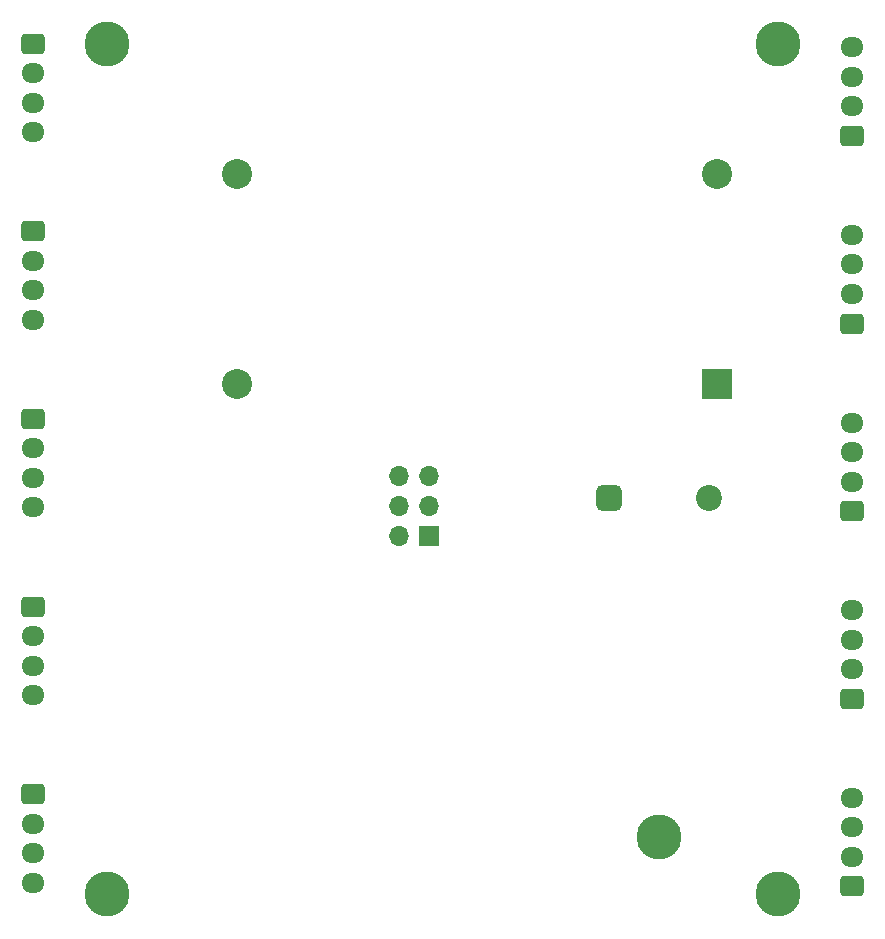
<source format=gbs>
%TF.GenerationSoftware,KiCad,Pcbnew,(6.0.6)*%
%TF.CreationDate,2022-12-02T03:24:18-05:00*%
%TF.ProjectId,esp32-wled,65737033-322d-4776-9c65-642e6b696361,rev?*%
%TF.SameCoordinates,Original*%
%TF.FileFunction,Soldermask,Bot*%
%TF.FilePolarity,Negative*%
%FSLAX46Y46*%
G04 Gerber Fmt 4.6, Leading zero omitted, Abs format (unit mm)*
G04 Created by KiCad (PCBNEW (6.0.6)) date 2022-12-02 03:24:18*
%MOMM*%
%LPD*%
G01*
G04 APERTURE LIST*
G04 Aperture macros list*
%AMRoundRect*
0 Rectangle with rounded corners*
0 $1 Rounding radius*
0 $2 $3 $4 $5 $6 $7 $8 $9 X,Y pos of 4 corners*
0 Add a 4 corners polygon primitive as box body*
4,1,4,$2,$3,$4,$5,$6,$7,$8,$9,$2,$3,0*
0 Add four circle primitives for the rounded corners*
1,1,$1+$1,$2,$3*
1,1,$1+$1,$4,$5*
1,1,$1+$1,$6,$7*
1,1,$1+$1,$8,$9*
0 Add four rect primitives between the rounded corners*
20,1,$1+$1,$2,$3,$4,$5,0*
20,1,$1+$1,$4,$5,$6,$7,0*
20,1,$1+$1,$6,$7,$8,$9,0*
20,1,$1+$1,$8,$9,$2,$3,0*%
G04 Aperture macros list end*
%ADD10RoundRect,0.550000X-0.550000X-0.550000X0.550000X-0.550000X0.550000X0.550000X-0.550000X0.550000X0*%
%ADD11RoundRect,0.250000X0.725000X-0.600000X0.725000X0.600000X-0.725000X0.600000X-0.725000X-0.600000X0*%
%ADD12O,1.950000X1.700000*%
%ADD13C,3.800000*%
%ADD14RoundRect,0.250000X-0.725000X0.600000X-0.725000X-0.600000X0.725000X-0.600000X0.725000X0.600000X0*%
%ADD15R,1.700000X1.700000*%
%ADD16O,1.700000X1.700000*%
%ADD17R,2.540000X2.540000*%
%ADD18C,2.540000*%
%ADD19C,2.200000*%
G04 APERTURE END LIST*
D10*
%TO.C,12V*%
X162509200Y-105260400D03*
%TD*%
D11*
%TO.C,LED10-GPIO27*%
X183138400Y-74565200D03*
D12*
X183138400Y-72065200D03*
X183138400Y-69565200D03*
X183138400Y-67065200D03*
%TD*%
D13*
%TO.C, *%
X120038400Y-138766800D03*
%TD*%
D14*
%TO.C,LED1-GPIO4*%
X113741200Y-66751200D03*
D12*
X113741200Y-69251200D03*
X113741200Y-71751200D03*
X113741200Y-74251200D03*
%TD*%
D14*
%TO.C,LED3-GPIO17*%
X113741200Y-98526600D03*
D12*
X113741200Y-101026600D03*
X113741200Y-103526600D03*
X113741200Y-106026600D03*
%TD*%
D15*
%TO.C,H1*%
X147320000Y-108432600D03*
D16*
X144780000Y-108432600D03*
X147320000Y-105892600D03*
X144780000Y-105892600D03*
X147320000Y-103352600D03*
X144780000Y-103352600D03*
%TD*%
D17*
%TO.C,U2*%
X171704000Y-95605600D03*
D18*
X171704000Y-77825600D03*
X131064000Y-77825600D03*
X131064000Y-95605600D03*
%TD*%
D11*
%TO.C,LED6-GPIO32*%
X183138400Y-138116000D03*
D12*
X183138400Y-135616000D03*
X183138400Y-133116000D03*
X183138400Y-130616000D03*
%TD*%
D13*
%TO.C, *%
X166776400Y-133946400D03*
%TD*%
D14*
%TO.C,LED2-GPIO16*%
X113741200Y-82638900D03*
D12*
X113741200Y-85138900D03*
X113741200Y-87638900D03*
X113741200Y-90138900D03*
%TD*%
D19*
%TO.C,GND*%
X171015200Y-105260400D03*
%TD*%
D11*
%TO.C,LED9-GPIO26*%
X183138400Y-90452900D03*
D12*
X183138400Y-87952900D03*
X183138400Y-85452900D03*
X183138400Y-82952900D03*
%TD*%
D13*
%TO.C, *%
X176836800Y-138766800D03*
%TD*%
D14*
%TO.C,LED5-GPIO23*%
X113741200Y-130302000D03*
D12*
X113741200Y-132802000D03*
X113741200Y-135302000D03*
X113741200Y-137802000D03*
%TD*%
D13*
%TO.C, *%
X120038400Y-66804800D03*
%TD*%
D11*
%TO.C,LED7-GPIO33*%
X183138400Y-122228300D03*
D12*
X183138400Y-119728300D03*
X183138400Y-117228300D03*
X183138400Y-114728300D03*
%TD*%
D11*
%TO.C,LED8-GPIO25*%
X183138400Y-106340600D03*
D12*
X183138400Y-103840600D03*
X183138400Y-101340600D03*
X183138400Y-98840600D03*
%TD*%
D13*
%TO.C, *%
X176836800Y-66804800D03*
%TD*%
D14*
%TO.C,LED4-GPIO22*%
X113741200Y-114414300D03*
D12*
X113741200Y-116914300D03*
X113741200Y-119414300D03*
X113741200Y-121914300D03*
%TD*%
M02*

</source>
